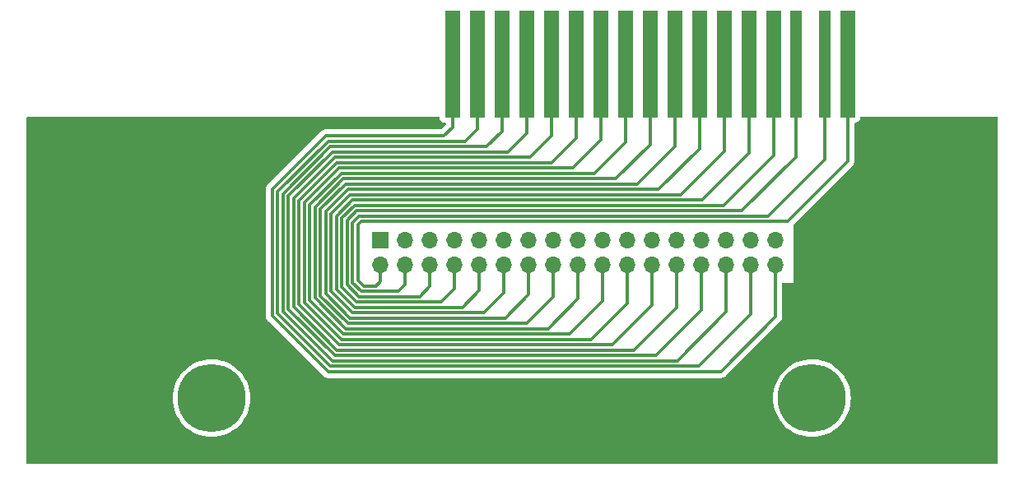
<source format=gbr>
G04 #@! TF.GenerationSoftware,KiCad,Pcbnew,7.0.7*
G04 #@! TF.CreationDate,2023-11-12T13:18:28+03:00*
G04 #@! TF.ProjectId,floppy-adapter-4,666c6f70-7079-42d6-9164-61707465722d,rev?*
G04 #@! TF.SameCoordinates,Original*
G04 #@! TF.FileFunction,Copper,L1,Top*
G04 #@! TF.FilePolarity,Positive*
%FSLAX46Y46*%
G04 Gerber Fmt 4.6, Leading zero omitted, Abs format (unit mm)*
G04 Created by KiCad (PCBNEW 7.0.7) date 2023-11-12 13:18:28*
%MOMM*%
%LPD*%
G01*
G04 APERTURE LIST*
G04 #@! TA.AperFunction,ComponentPad*
%ADD10C,7.000000*%
G04 #@! TD*
G04 #@! TA.AperFunction,ComponentPad*
%ADD11R,1.700000X1.700000*%
G04 #@! TD*
G04 #@! TA.AperFunction,ComponentPad*
%ADD12O,1.700000X1.700000*%
G04 #@! TD*
G04 #@! TA.AperFunction,SMDPad,CuDef*
%ADD13R,1.600000X11.000000*%
G04 #@! TD*
G04 #@! TA.AperFunction,SMDPad,CuDef*
%ADD14R,1.300000X11.000000*%
G04 #@! TD*
G04 #@! TA.AperFunction,Conductor*
%ADD15C,0.350000*%
G04 #@! TD*
G04 APERTURE END LIST*
D10*
X136600000Y-114800000D03*
X198350000Y-114800000D03*
D11*
X153960000Y-98510000D03*
D12*
X153960000Y-101050000D03*
X156500000Y-98510000D03*
X156500000Y-101050000D03*
X159040000Y-98510000D03*
X159040000Y-101050000D03*
X161580000Y-98510000D03*
X161580000Y-101050000D03*
X164120000Y-98510000D03*
X164120000Y-101050000D03*
X166660000Y-98510000D03*
X166660000Y-101050000D03*
X169200000Y-98510000D03*
X169200000Y-101050000D03*
X171740000Y-98510000D03*
X171740000Y-101050000D03*
X174280000Y-98510000D03*
X174280000Y-101050000D03*
X176820000Y-98510000D03*
X176820000Y-101050000D03*
X179360000Y-98510000D03*
X179360000Y-101050000D03*
X181900000Y-98510000D03*
X181900000Y-101050000D03*
X184440000Y-98510000D03*
X184440000Y-101050000D03*
X186980000Y-98510000D03*
X186980000Y-101050000D03*
X189520000Y-98510000D03*
X189520000Y-101050000D03*
X192060000Y-98510000D03*
X192060000Y-101050000D03*
X194600000Y-98510000D03*
X194600000Y-101050000D03*
D13*
X202023500Y-80441800D03*
D14*
X199674000Y-80454500D03*
X196689500Y-80441800D03*
D13*
X194403500Y-80441800D03*
X191863500Y-80441800D03*
X189323500Y-80441800D03*
X186783500Y-80441800D03*
X184243500Y-80441800D03*
X181703500Y-80441800D03*
X179163500Y-80441800D03*
X176623500Y-80441800D03*
X174083500Y-80441800D03*
X171543500Y-80441800D03*
X169003500Y-80441800D03*
X166463500Y-80441800D03*
X163923500Y-80441800D03*
X161383500Y-80441800D03*
D15*
X202023500Y-90426500D02*
X202023500Y-80441800D01*
X152000000Y-96600000D02*
X195850000Y-96600000D01*
X153960000Y-101050000D02*
X153960000Y-102790000D01*
X153960000Y-102790000D02*
X153500000Y-103250000D01*
X152250000Y-103250000D02*
X151650000Y-102650000D01*
X195850000Y-96600000D02*
X202023500Y-90426500D01*
X153500000Y-103250000D02*
X152250000Y-103250000D01*
X151650000Y-96950000D02*
X152000000Y-96600000D01*
X151650000Y-102650000D02*
X151650000Y-96950000D01*
X151100000Y-102900000D02*
X152000000Y-103800000D01*
X156500000Y-103150000D02*
X156500000Y-101050000D01*
X151100000Y-96722182D02*
X151100000Y-102900000D01*
X152000000Y-103800000D02*
X155850000Y-103800000D01*
X199674000Y-80454500D02*
X199674000Y-90226000D01*
X199674000Y-90226000D02*
X193850000Y-96050000D01*
X193850000Y-96050000D02*
X151772182Y-96050000D01*
X155850000Y-103800000D02*
X156500000Y-103150000D01*
X151772182Y-96050000D02*
X151100000Y-96722182D01*
X151544364Y-95500000D02*
X150550000Y-96494364D01*
X150550000Y-96494364D02*
X150550000Y-103127818D01*
X150550000Y-103127818D02*
X151772182Y-104350000D01*
X196689500Y-80441800D02*
X196689500Y-89960500D01*
X191150000Y-95500000D02*
X151544364Y-95500000D01*
X196689500Y-89960500D02*
X191150000Y-95500000D01*
X151772182Y-104350000D02*
X158000000Y-104350000D01*
X159040000Y-103310000D02*
X159040000Y-101050000D01*
X158000000Y-104350000D02*
X159040000Y-103310000D01*
X189250000Y-94950000D02*
X151316546Y-94950000D01*
X194403500Y-89796500D02*
X189250000Y-94950000D01*
X151544364Y-104900000D02*
X160250000Y-104900000D01*
X150000000Y-96266546D02*
X150000000Y-103355636D01*
X150000000Y-103355636D02*
X151544364Y-104900000D01*
X161580000Y-103570000D02*
X161580000Y-101050000D01*
X194403500Y-80441800D02*
X194403500Y-89796500D01*
X160250000Y-104900000D02*
X161580000Y-103570000D01*
X151316546Y-94950000D02*
X150000000Y-96266546D01*
X162400000Y-105450000D02*
X164120000Y-103730000D01*
X149450000Y-96038728D02*
X149450001Y-103583452D01*
X164120000Y-103730000D02*
X164120000Y-101050000D01*
X191863500Y-80441800D02*
X191863500Y-89586500D01*
X151316549Y-105450000D02*
X162400000Y-105450000D01*
X151088728Y-94400000D02*
X149450000Y-96038728D01*
X187049999Y-94400001D02*
X151088728Y-94400000D01*
X149450001Y-103583452D02*
X151316549Y-105450000D01*
X191863500Y-89586500D02*
X187049999Y-94400001D01*
X166660000Y-103940000D02*
X166660000Y-101050000D01*
X189323500Y-80441800D02*
X189323500Y-89376500D01*
X150860910Y-93850000D02*
X148900000Y-95810911D01*
X148900001Y-103811269D02*
X151088732Y-106000000D01*
X164600000Y-106000000D02*
X166660000Y-103940000D01*
X184849998Y-93850002D02*
X150860910Y-93850000D01*
X148900000Y-95810911D02*
X148900001Y-103811269D01*
X151088732Y-106000000D02*
X164600000Y-106000000D01*
X189323500Y-89376500D02*
X184849998Y-93850002D01*
X150633092Y-93300000D02*
X148350000Y-95583094D01*
X186783500Y-89116500D02*
X182600000Y-93300000D01*
X148350000Y-95583094D02*
X148350001Y-104039086D01*
X182600000Y-93300000D02*
X150633092Y-93300000D01*
X148350001Y-104039086D02*
X150860915Y-106550000D01*
X166800000Y-106550000D02*
X169200000Y-104150000D01*
X150860915Y-106550000D02*
X166800000Y-106550000D01*
X169200000Y-104150000D02*
X169200000Y-101050000D01*
X186783500Y-80441800D02*
X186783500Y-89116500D01*
X184243500Y-88906500D02*
X180400000Y-92750000D01*
X150405274Y-92750000D02*
X147800000Y-95355277D01*
X150633097Y-107100000D02*
X169000000Y-107100000D01*
X171740000Y-104360000D02*
X171740000Y-101050000D01*
X184243500Y-80441800D02*
X184243500Y-88906500D01*
X147800000Y-95355277D02*
X147800001Y-104266904D01*
X147800001Y-104266904D02*
X150633097Y-107100000D01*
X180400000Y-92750000D02*
X150405274Y-92750000D01*
X169000000Y-107100000D02*
X171740000Y-104360000D01*
X150177456Y-92200000D02*
X147250000Y-95127459D01*
X178200000Y-92200000D02*
X150177456Y-92200000D01*
X147250000Y-95127459D02*
X147250001Y-104494722D01*
X150405279Y-107650000D02*
X171200000Y-107650000D01*
X171200000Y-107650000D02*
X174280000Y-104570000D01*
X147250001Y-104494722D02*
X150405279Y-107650000D01*
X181703500Y-80441800D02*
X181703500Y-88696500D01*
X181703500Y-88696500D02*
X178200000Y-92200000D01*
X174280000Y-104570000D02*
X174280000Y-101050000D01*
X146700001Y-104722540D02*
X150177462Y-108200000D01*
X179163500Y-80441800D02*
X179163500Y-88486500D01*
X176820000Y-104780000D02*
X176820000Y-101050000D01*
X149949638Y-91650000D02*
X146700000Y-94899641D01*
X176000000Y-91650000D02*
X149949638Y-91650000D01*
X146700000Y-94899641D02*
X146700001Y-104722540D01*
X179163500Y-88486500D02*
X176000000Y-91650000D01*
X173400000Y-108200000D02*
X176820000Y-104780000D01*
X150177462Y-108200000D02*
X173400000Y-108200000D01*
X146150000Y-94671824D02*
X146150001Y-104950358D01*
X149949645Y-108750000D02*
X175650000Y-108750000D01*
X149721820Y-91100000D02*
X146150000Y-94671824D01*
X146150001Y-104950358D02*
X149949645Y-108750000D01*
X176623500Y-88226500D02*
X173750000Y-91100000D01*
X173750000Y-91100000D02*
X149721820Y-91100000D01*
X175650000Y-108750000D02*
X179360000Y-105040000D01*
X179360000Y-105040000D02*
X179360000Y-101050000D01*
X176623500Y-80441800D02*
X176623500Y-88226500D01*
X149494002Y-90550000D02*
X145600000Y-94444006D01*
X171550000Y-90550000D02*
X149494002Y-90550000D01*
X177850000Y-109300000D02*
X181900000Y-105250000D01*
X145600001Y-105178176D02*
X149721828Y-109300000D01*
X174083500Y-88016500D02*
X171550000Y-90550000D01*
X181900000Y-105250000D02*
X181900000Y-101050000D01*
X149721828Y-109300000D02*
X177850000Y-109300000D01*
X174083500Y-80441800D02*
X174083500Y-88016500D01*
X145600000Y-94444006D02*
X145600001Y-105178176D01*
X171543500Y-80441800D02*
X171543500Y-87806500D01*
X169349999Y-90000001D02*
X149266184Y-90000000D01*
X184440000Y-105460000D02*
X184440000Y-101050000D01*
X180050000Y-109850000D02*
X184440000Y-105460000D01*
X171543500Y-87806500D02*
X169349999Y-90000001D01*
X149494007Y-109850000D02*
X180050000Y-109850000D01*
X145050001Y-105405994D02*
X149494007Y-109850000D01*
X149266184Y-90000000D02*
X145050000Y-94216188D01*
X145050000Y-94216188D02*
X145050001Y-105405994D01*
X169003500Y-87546500D02*
X167099998Y-89450002D01*
X167099998Y-89450002D02*
X149038366Y-89450000D01*
X144500000Y-93988370D02*
X144500001Y-105633812D01*
X186980000Y-105720000D02*
X186980000Y-101050000D01*
X182300000Y-110400000D02*
X186980000Y-105720000D01*
X149038366Y-89450000D02*
X144500000Y-93988370D01*
X149266190Y-110400000D02*
X182300000Y-110400000D01*
X169003500Y-80441800D02*
X169003500Y-87546500D01*
X144500001Y-105633812D02*
X149266190Y-110400000D01*
X166463500Y-87336500D02*
X164900000Y-88900000D01*
X184500000Y-110950000D02*
X189520000Y-105930000D01*
X148810548Y-88900000D02*
X143950000Y-93760552D01*
X149038373Y-110950000D02*
X184500000Y-110950000D01*
X164900000Y-88900000D02*
X148810548Y-88900000D01*
X143950001Y-105861630D02*
X149038373Y-110950000D01*
X143950000Y-93760552D02*
X143950001Y-105861630D01*
X189520000Y-105930000D02*
X189520000Y-101050000D01*
X166463500Y-80441800D02*
X166463500Y-87336500D01*
X143400001Y-106089448D02*
X148810556Y-111500000D01*
X163923500Y-80441800D02*
X163923500Y-87126500D01*
X163923500Y-87126500D02*
X162699999Y-88350001D01*
X148810556Y-111500000D02*
X186700000Y-111500000D01*
X192060000Y-106140000D02*
X192060000Y-101050000D01*
X186700000Y-111500000D02*
X192060000Y-106140000D01*
X143400000Y-93532734D02*
X143400001Y-106089448D01*
X148582730Y-88350000D02*
X143400000Y-93532734D01*
X162699999Y-88350001D02*
X148582730Y-88350000D01*
X161383500Y-80441800D02*
X161383500Y-86916500D01*
X189000000Y-112050000D02*
X194600000Y-106450000D01*
X160500000Y-87800000D02*
X148354912Y-87800000D01*
X142850000Y-93304917D02*
X142850001Y-106317266D01*
X142850001Y-106317266D02*
X148582735Y-112050000D01*
X148582735Y-112050000D02*
X189000000Y-112050000D01*
X148354912Y-87800000D02*
X142850000Y-93304917D01*
X194600000Y-106450000D02*
X194600000Y-101050000D01*
X161383500Y-86916500D02*
X160500000Y-87800000D01*
G04 #@! TA.AperFunction,NonConductor*
G36*
X160026040Y-85819685D02*
G01*
X160071795Y-85872489D01*
X160083001Y-85924000D01*
X160083001Y-85989676D01*
X160089408Y-86049283D01*
X160139702Y-86184128D01*
X160139706Y-86184135D01*
X160225952Y-86299344D01*
X160225955Y-86299347D01*
X160341164Y-86385593D01*
X160341171Y-86385597D01*
X160386118Y-86402360D01*
X160476017Y-86435891D01*
X160535627Y-86442300D01*
X160584000Y-86442299D01*
X160651037Y-86461982D01*
X160696793Y-86514785D01*
X160708000Y-86566299D01*
X160708000Y-86585337D01*
X160688315Y-86652376D01*
X160671681Y-86673018D01*
X160256518Y-87088181D01*
X160195195Y-87121666D01*
X160168837Y-87124500D01*
X148377190Y-87124500D01*
X148373446Y-87124387D01*
X148313830Y-87120781D01*
X148313821Y-87120781D01*
X148255083Y-87131545D01*
X148251382Y-87132108D01*
X148192068Y-87139311D01*
X148183293Y-87142639D01*
X148161690Y-87148660D01*
X148157171Y-87149488D01*
X148152472Y-87150350D01*
X148097987Y-87174869D01*
X148094530Y-87176301D01*
X148038686Y-87197481D01*
X148038682Y-87197484D01*
X148030968Y-87202808D01*
X148011437Y-87213824D01*
X148002882Y-87217674D01*
X147955855Y-87254517D01*
X147952840Y-87256736D01*
X147903684Y-87290667D01*
X147903681Y-87290670D01*
X147864076Y-87335373D01*
X147861509Y-87338100D01*
X142388100Y-92811514D01*
X142385373Y-92814081D01*
X142340670Y-92853686D01*
X142340667Y-92853689D01*
X142306736Y-92902845D01*
X142304517Y-92905860D01*
X142267674Y-92952887D01*
X142263824Y-92961442D01*
X142252808Y-92980973D01*
X142247484Y-92988687D01*
X142247481Y-92988691D01*
X142226301Y-93044535D01*
X142224869Y-93047992D01*
X142200350Y-93102477D01*
X142198661Y-93111694D01*
X142192639Y-93133298D01*
X142189311Y-93142073D01*
X142182108Y-93201387D01*
X142181545Y-93205088D01*
X142170781Y-93263826D01*
X142170781Y-93263832D01*
X142174387Y-93323450D01*
X142174500Y-93327194D01*
X142174500Y-106294991D01*
X142174387Y-106298734D01*
X142170781Y-106358347D01*
X142170782Y-106358352D01*
X142181546Y-106417094D01*
X142182109Y-106420795D01*
X142189312Y-106480111D01*
X142192638Y-106488880D01*
X142198662Y-106510489D01*
X142200351Y-106519706D01*
X142224864Y-106574173D01*
X142226297Y-106577632D01*
X142247482Y-106633490D01*
X142247482Y-106633491D01*
X142252806Y-106641204D01*
X142263825Y-106660742D01*
X142267672Y-106669289D01*
X142267673Y-106669291D01*
X142267674Y-106669292D01*
X142267675Y-106669294D01*
X142298486Y-106708620D01*
X142304516Y-106716317D01*
X142306731Y-106719327D01*
X142340669Y-106768495D01*
X142385393Y-106808117D01*
X142388085Y-106810651D01*
X148089346Y-112511912D01*
X148091898Y-112514624D01*
X148131507Y-112559333D01*
X148180667Y-112593265D01*
X148183684Y-112595486D01*
X148222562Y-112625944D01*
X148230707Y-112632326D01*
X148239243Y-112636168D01*
X148239250Y-112636171D01*
X148258802Y-112647198D01*
X148266509Y-112652518D01*
X148322374Y-112673705D01*
X148325805Y-112675126D01*
X148380296Y-112699650D01*
X148389511Y-112701338D01*
X148411124Y-112707363D01*
X148419890Y-112710688D01*
X148479206Y-112717890D01*
X148482893Y-112718451D01*
X148541650Y-112729219D01*
X148541651Y-112729218D01*
X148541652Y-112729219D01*
X148601269Y-112725613D01*
X148605013Y-112725500D01*
X188977722Y-112725500D01*
X188981466Y-112725613D01*
X189041082Y-112729219D01*
X189041082Y-112729218D01*
X189041085Y-112729219D01*
X189077327Y-112722577D01*
X189099836Y-112718453D01*
X189103540Y-112717889D01*
X189124888Y-112715296D01*
X189162845Y-112710688D01*
X189171605Y-112707365D01*
X189193221Y-112701338D01*
X189202439Y-112699650D01*
X189256916Y-112675132D01*
X189260358Y-112673705D01*
X189316226Y-112652518D01*
X189320764Y-112649385D01*
X189323935Y-112647197D01*
X189343480Y-112636172D01*
X189352028Y-112632326D01*
X189399066Y-112595472D01*
X189402059Y-112593269D01*
X189451229Y-112559332D01*
X189490852Y-112514605D01*
X189493386Y-112511913D01*
X195061913Y-106943386D01*
X195064605Y-106940852D01*
X195109332Y-106901229D01*
X195143269Y-106852059D01*
X195145472Y-106849066D01*
X195182326Y-106802028D01*
X195186172Y-106793480D01*
X195197197Y-106773935D01*
X195202517Y-106766227D01*
X195202516Y-106766227D01*
X195202518Y-106766226D01*
X195223705Y-106710358D01*
X195225132Y-106706916D01*
X195249647Y-106652446D01*
X195249647Y-106652445D01*
X195249650Y-106652439D01*
X195251338Y-106643221D01*
X195257366Y-106621603D01*
X195260688Y-106612845D01*
X195267889Y-106553540D01*
X195268453Y-106549836D01*
X195275663Y-106510489D01*
X195279219Y-106491085D01*
X195275613Y-106431466D01*
X195275500Y-106427722D01*
X195275500Y-103024000D01*
X195295185Y-102956961D01*
X195347989Y-102911206D01*
X195399500Y-102900000D01*
X196500000Y-102900000D01*
X196500000Y-96956663D01*
X196519685Y-96889624D01*
X196536319Y-96868982D01*
X202485422Y-90919878D01*
X202488114Y-90917344D01*
X202532832Y-90877729D01*
X202566776Y-90828549D01*
X202568978Y-90825557D01*
X202605825Y-90778528D01*
X202609669Y-90769985D01*
X202620697Y-90750432D01*
X202626018Y-90742726D01*
X202647212Y-90686840D01*
X202648626Y-90683426D01*
X202673150Y-90628939D01*
X202674838Y-90619721D01*
X202680866Y-90598103D01*
X202684188Y-90589345D01*
X202691389Y-90530040D01*
X202691953Y-90526336D01*
X202696077Y-90503827D01*
X202702719Y-90467585D01*
X202699113Y-90407971D01*
X202699000Y-90404226D01*
X202699000Y-86566299D01*
X202718685Y-86499260D01*
X202771489Y-86453505D01*
X202823000Y-86442299D01*
X202871371Y-86442299D01*
X202871372Y-86442299D01*
X202930983Y-86435891D01*
X203065831Y-86385596D01*
X203181046Y-86299346D01*
X203267296Y-86184131D01*
X203317591Y-86049283D01*
X203324000Y-85989673D01*
X203323999Y-85924000D01*
X203343685Y-85856961D01*
X203396489Y-85811206D01*
X203448000Y-85800000D01*
X204409604Y-85800000D01*
X204456201Y-85813682D01*
X204457695Y-85810078D01*
X204480482Y-85819516D01*
X204480483Y-85819517D01*
X204500000Y-85827601D01*
X204519177Y-85827601D01*
X204529739Y-85825500D01*
X217350500Y-85825500D01*
X217417539Y-85845185D01*
X217463294Y-85897989D01*
X217474500Y-85949500D01*
X217474500Y-121450500D01*
X217454815Y-121517539D01*
X217402011Y-121563294D01*
X217350500Y-121574500D01*
X117649500Y-121574500D01*
X117582461Y-121554815D01*
X117536706Y-121502011D01*
X117525500Y-121450500D01*
X117525500Y-114800000D01*
X132594675Y-114800000D01*
X132613962Y-115192591D01*
X132613962Y-115192597D01*
X132613963Y-115192599D01*
X132671637Y-115581406D01*
X132767143Y-115962684D01*
X132899561Y-116332770D01*
X132899562Y-116332772D01*
X133067620Y-116688100D01*
X133269692Y-117025236D01*
X133503846Y-117340956D01*
X133767807Y-117632192D01*
X134059043Y-117896153D01*
X134059049Y-117896158D01*
X134374761Y-118130306D01*
X134374763Y-118130307D01*
X134711899Y-118332379D01*
X134711902Y-118332380D01*
X134711903Y-118332381D01*
X135067228Y-118500438D01*
X135437316Y-118632857D01*
X135818600Y-118728364D01*
X136207409Y-118786038D01*
X136600000Y-118805325D01*
X136992591Y-118786038D01*
X137381400Y-118728364D01*
X137762684Y-118632857D01*
X138132772Y-118500438D01*
X138488097Y-118332381D01*
X138825239Y-118130306D01*
X139140951Y-117896158D01*
X139432192Y-117632192D01*
X139696158Y-117340951D01*
X139930306Y-117025239D01*
X140132381Y-116688097D01*
X140300438Y-116332772D01*
X140432857Y-115962684D01*
X140528364Y-115581400D01*
X140586038Y-115192591D01*
X140605325Y-114800000D01*
X194344675Y-114800000D01*
X194363962Y-115192591D01*
X194363962Y-115192597D01*
X194363963Y-115192599D01*
X194421637Y-115581406D01*
X194517143Y-115962684D01*
X194649561Y-116332770D01*
X194649562Y-116332772D01*
X194817620Y-116688100D01*
X195019692Y-117025236D01*
X195253846Y-117340956D01*
X195517807Y-117632192D01*
X195809043Y-117896153D01*
X195809049Y-117896158D01*
X196124761Y-118130306D01*
X196124763Y-118130307D01*
X196461899Y-118332379D01*
X196461902Y-118332380D01*
X196461903Y-118332381D01*
X196817228Y-118500438D01*
X197187316Y-118632857D01*
X197568600Y-118728364D01*
X197957409Y-118786038D01*
X198350000Y-118805325D01*
X198742591Y-118786038D01*
X199131400Y-118728364D01*
X199512684Y-118632857D01*
X199882772Y-118500438D01*
X200238097Y-118332381D01*
X200575239Y-118130306D01*
X200890951Y-117896158D01*
X201182192Y-117632192D01*
X201446158Y-117340951D01*
X201680306Y-117025239D01*
X201882381Y-116688097D01*
X202050438Y-116332772D01*
X202182857Y-115962684D01*
X202278364Y-115581400D01*
X202336038Y-115192591D01*
X202355325Y-114800000D01*
X202336038Y-114407409D01*
X202278364Y-114018600D01*
X202182857Y-113637316D01*
X202050438Y-113267228D01*
X201882381Y-112911903D01*
X201772884Y-112729219D01*
X201740006Y-112674365D01*
X201680306Y-112574761D01*
X201446158Y-112259049D01*
X201446153Y-112259043D01*
X201182192Y-111967807D01*
X200890956Y-111703846D01*
X200575236Y-111469692D01*
X200238100Y-111267620D01*
X199882772Y-111099562D01*
X199882770Y-111099561D01*
X199512684Y-110967143D01*
X199131406Y-110871637D01*
X199131401Y-110871636D01*
X199131400Y-110871636D01*
X198987256Y-110850254D01*
X198742599Y-110813963D01*
X198742597Y-110813962D01*
X198742591Y-110813962D01*
X198350000Y-110794675D01*
X197957409Y-110813962D01*
X197957403Y-110813962D01*
X197957400Y-110813963D01*
X197568593Y-110871637D01*
X197187315Y-110967143D01*
X196817229Y-111099561D01*
X196817227Y-111099562D01*
X196461899Y-111267620D01*
X196124763Y-111469692D01*
X195809043Y-111703846D01*
X195517807Y-111967807D01*
X195253846Y-112259043D01*
X195019692Y-112574763D01*
X194817620Y-112911899D01*
X194649562Y-113267227D01*
X194649561Y-113267229D01*
X194517143Y-113637315D01*
X194421637Y-114018593D01*
X194421635Y-114018600D01*
X194421636Y-114018600D01*
X194363962Y-114407409D01*
X194344675Y-114800000D01*
X140605325Y-114800000D01*
X140586038Y-114407409D01*
X140528364Y-114018600D01*
X140432857Y-113637316D01*
X140300438Y-113267228D01*
X140132381Y-112911903D01*
X140022884Y-112729219D01*
X139990006Y-112674365D01*
X139930306Y-112574761D01*
X139696158Y-112259049D01*
X139696153Y-112259043D01*
X139432192Y-111967807D01*
X139140956Y-111703846D01*
X138825236Y-111469692D01*
X138488100Y-111267620D01*
X138132772Y-111099562D01*
X138132770Y-111099561D01*
X137762684Y-110967143D01*
X137381406Y-110871637D01*
X137381401Y-110871636D01*
X137381400Y-110871636D01*
X137237256Y-110850254D01*
X136992599Y-110813963D01*
X136992597Y-110813962D01*
X136992591Y-110813962D01*
X136600000Y-110794675D01*
X136599999Y-110794675D01*
X136568223Y-110796236D01*
X136207409Y-110813962D01*
X136207403Y-110813962D01*
X136207400Y-110813963D01*
X135818593Y-110871637D01*
X135437315Y-110967143D01*
X135067229Y-111099561D01*
X135067227Y-111099562D01*
X134711899Y-111267620D01*
X134374763Y-111469692D01*
X134059043Y-111703846D01*
X133767807Y-111967807D01*
X133503846Y-112259043D01*
X133269692Y-112574763D01*
X133067620Y-112911899D01*
X132899562Y-113267227D01*
X132899561Y-113267229D01*
X132767143Y-113637315D01*
X132671637Y-114018593D01*
X132671635Y-114018600D01*
X132671636Y-114018600D01*
X132613962Y-114407409D01*
X132594675Y-114800000D01*
X117525500Y-114800000D01*
X117525500Y-85949500D01*
X117545185Y-85882461D01*
X117597989Y-85836706D01*
X117649500Y-85825500D01*
X158810761Y-85825500D01*
X158821323Y-85827601D01*
X158840500Y-85827601D01*
X158860017Y-85819517D01*
X158860017Y-85819516D01*
X158882805Y-85810078D01*
X158884366Y-85813848D01*
X158904538Y-85802834D01*
X158930896Y-85800000D01*
X159959001Y-85800000D01*
X160026040Y-85819685D01*
G37*
G04 #@! TD.AperFunction*
M02*

</source>
